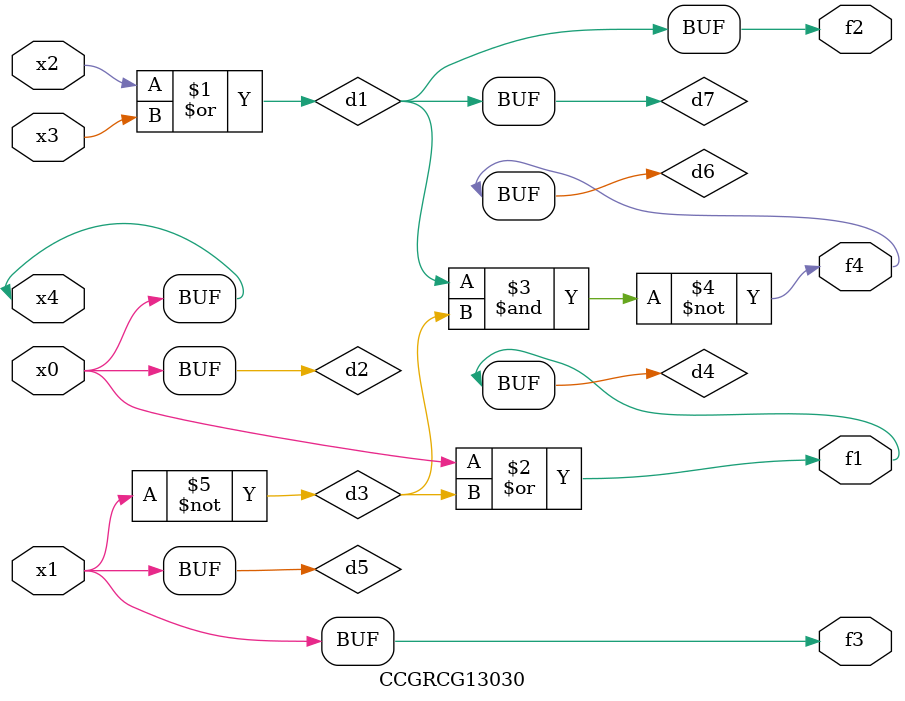
<source format=v>
module CCGRCG13030(
	input x0, x1, x2, x3, x4,
	output f1, f2, f3, f4
);

	wire d1, d2, d3, d4, d5, d6, d7;

	or (d1, x2, x3);
	buf (d2, x0, x4);
	not (d3, x1);
	or (d4, d2, d3);
	not (d5, d3);
	nand (d6, d1, d3);
	or (d7, d1);
	assign f1 = d4;
	assign f2 = d7;
	assign f3 = d5;
	assign f4 = d6;
endmodule

</source>
